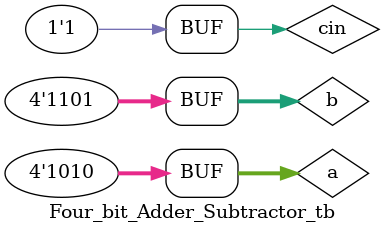
<source format=v>
/* Dependencies: Half_Adder, Full_Adder, 4bit_Full_Adder */
module Four_bit_Adder_Subtractor(cout, s, a, b, cin);
	// if cin=0, works as a adder. else, works as a subtractor
	input [3:0] a, b;
	input cin;
	output cout;	
	output [3:0] s;	
	wire [3:0] cin_xor_b;
	
	xor(cin_xor_b[0], b[0], cin);
	xor(cin_xor_b[1], b[1], cin);
	xor(cin_xor_b[2], b[2], cin);
	xor(cin_xor_b[3], b[3], cin);

	Four_bit_Full_Adder FFA(cout, s, a, cin_xor_b, cin);
endmodule

module Four_bit_Adder_Subtractor_tb;
	reg [3:0] a,b;
	reg cin;	
	wire cout;
	wire [3:0] s;

	Four_bit_Adder_Subtractor AddSub(cout, s, a, b, cin);

	initial begin
		cin = 0; a = 4'b1000; b = 4'b0010; #50;
		cin = 0; a = 4'b1000; b = 4'b1000; #50;
		cin = 0; a = 4'b0010; b = 4'b1000; #50;
		cin = 0; a = 4'b0001; b = 4'b0111; #50;
		cin = 0; a = 4'b1010; b = 4'b1011; #50;
		cin = 0; a = 4'b1110; b = 4'b1111; #50;
		cin = 0; a = 4'b1010; b = 4'b1101; #50;
		cin = 1; a = 4'b1000; b = 4'b0010; #50;
		cin = 1; a = 4'b1000; b = 4'b1000; #50;
		cin = 1; a = 4'b0010; b = 4'b1000; #50;
		cin = 1; a = 4'b0001; b = 4'b0111; #50;
		cin = 1; a = 4'b1010; b = 4'b1011; #50;
		cin = 1; a = 4'b1110; b = 4'b1111; #50;
		cin = 1; a = 4'b1010; b = 4'b1101; #50;
	end
endmodule

</source>
